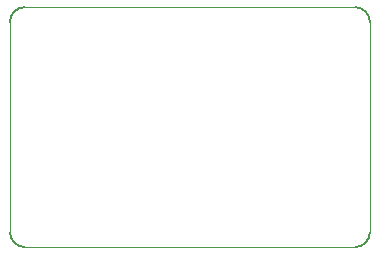
<source format=gbr>
%TF.GenerationSoftware,KiCad,Pcbnew,6.0.5-2.fc35*%
%TF.CreationDate,2022-09-23T18:33:47+02:00*%
%TF.ProjectId,LED-Board,4c45442d-426f-4617-9264-2e6b69636164,rev?*%
%TF.SameCoordinates,Original*%
%TF.FileFunction,Profile,NP*%
%FSLAX46Y46*%
G04 Gerber Fmt 4.6, Leading zero omitted, Abs format (unit mm)*
G04 Created by KiCad (PCBNEW 6.0.5-2.fc35) date 2022-09-23 18:33:47*
%MOMM*%
%LPD*%
G01*
G04 APERTURE LIST*
%TA.AperFunction,Profile*%
%ADD10C,0.100000*%
%TD*%
%TA.AperFunction,Profile*%
%ADD11C,0.150000*%
%TD*%
G04 APERTURE END LIST*
D10*
X125730000Y-88900000D02*
X153670000Y-88900000D01*
X154940000Y-90170000D02*
X154940000Y-107950000D01*
D11*
X125730000Y-88900000D02*
G75*
G03*
X124460000Y-90170000I0J-1270000D01*
G01*
D10*
X124460000Y-107950000D02*
X124460000Y-90170000D01*
D11*
X154940000Y-90170000D02*
G75*
G03*
X153670000Y-88900000I-1270000J0D01*
G01*
X153670000Y-109220000D02*
G75*
G03*
X154940000Y-107950000I0J1270000D01*
G01*
X124460000Y-107950000D02*
G75*
G03*
X125730000Y-109220000I1270000J0D01*
G01*
D10*
X153670000Y-109220000D02*
X125730000Y-109220000D01*
M02*

</source>
